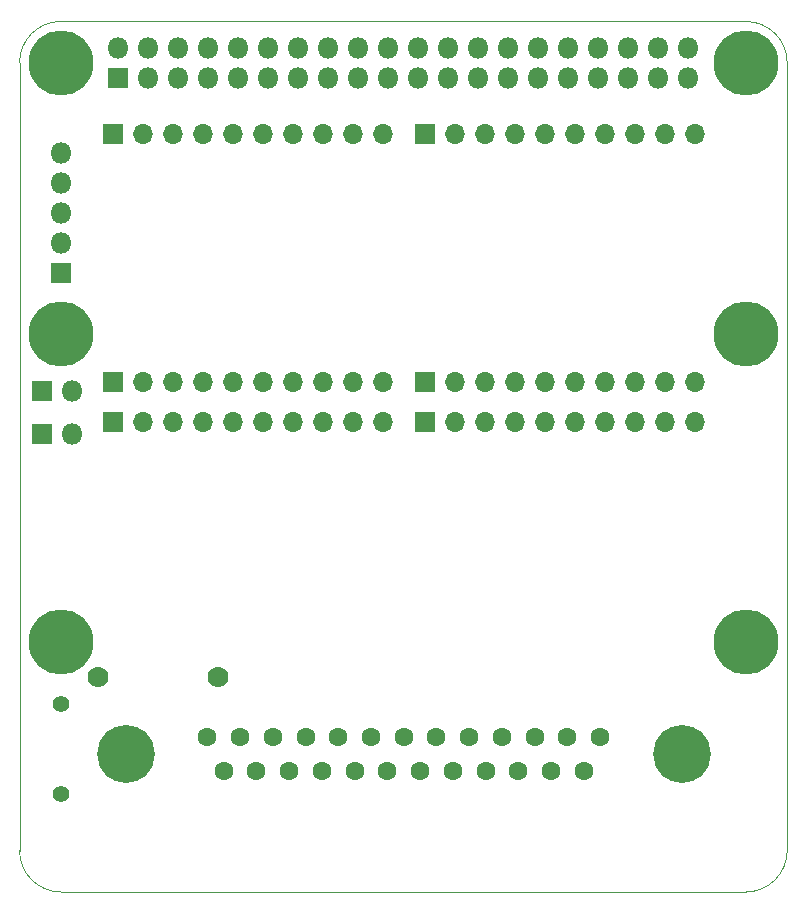
<source format=gbr>
%TF.GenerationSoftware,KiCad,Pcbnew,(5.1.4)-1*%
%TF.CreationDate,2020-08-14T14:12:09-05:00*%
%TF.ProjectId,rascsi_din,72617363-7369-45f6-9469-6e2e6b696361,rev?*%
%TF.SameCoordinates,Original*%
%TF.FileFunction,Soldermask,Bot*%
%TF.FilePolarity,Negative*%
%FSLAX46Y46*%
G04 Gerber Fmt 4.6, Leading zero omitted, Abs format (unit mm)*
G04 Created by KiCad (PCBNEW (5.1.4)-1) date 2020-08-14 14:12:09*
%MOMM*%
%LPD*%
G04 APERTURE LIST*
%ADD10C,0.050000*%
%ADD11C,4.900000*%
%ADD12C,1.600000*%
%ADD13O,1.800000X1.800000*%
%ADD14R,1.800000X1.800000*%
%ADD15O,1.700000X1.700000*%
%ADD16R,1.700000X1.700000*%
%ADD17C,0.900000*%
%ADD18C,5.500000*%
%ADD19C,1.422400*%
%ADD20C,1.778000*%
G04 APERTURE END LIST*
D10*
X178000000Y-116200000D02*
X236000000Y-116200000D01*
X178000000Y-116200000D02*
G75*
G02X174500000Y-112700000I0J3500000D01*
G01*
X239500000Y-112700000D02*
G75*
G02X236000000Y-116200000I-3500000J0D01*
G01*
X174500000Y-46000000D02*
X174500000Y-112700000D01*
X239500000Y-46000000D02*
X239500000Y-112700000D01*
X178000000Y-42500000D02*
X236000000Y-42500000D01*
X174500000Y-46000000D02*
G75*
G02X178000000Y-42500000I3500000J0D01*
G01*
X236000000Y-42500000D02*
G75*
G02X239500000Y-46000000I0J-3500000D01*
G01*
D11*
%TO.C,J2*%
X183480000Y-104510000D03*
X230580000Y-104510000D03*
D12*
X191795000Y-105930000D03*
X194565000Y-105930000D03*
X197335000Y-105930000D03*
X200105000Y-105930000D03*
X202875000Y-105930000D03*
X205645000Y-105930000D03*
X208415000Y-105930000D03*
X211185000Y-105930000D03*
X213955000Y-105930000D03*
X216725000Y-105930000D03*
X219495000Y-105930000D03*
X222265000Y-105930000D03*
X190410000Y-103090000D03*
X193180000Y-103090000D03*
X195950000Y-103090000D03*
X198720000Y-103090000D03*
X201490000Y-103090000D03*
X204260000Y-103090000D03*
X207030000Y-103090000D03*
X209800000Y-103090000D03*
X212570000Y-103090000D03*
X215340000Y-103090000D03*
X218110000Y-103090000D03*
X220880000Y-103090000D03*
X223650000Y-103090000D03*
%TD*%
D13*
%TO.C,J1*%
X231140000Y-44730000D03*
X231140000Y-47270000D03*
X228600000Y-44730000D03*
X228600000Y-47270000D03*
X226060000Y-44730000D03*
X226060000Y-47270000D03*
X223520000Y-44730000D03*
X223520000Y-47270000D03*
X220980000Y-44730000D03*
X220980000Y-47270000D03*
X218440000Y-44730000D03*
X218440000Y-47270000D03*
X215900000Y-44730000D03*
X215900000Y-47270000D03*
X213360000Y-44730000D03*
X213360000Y-47270000D03*
X210820000Y-44730000D03*
X210820000Y-47270000D03*
X208280000Y-44730000D03*
X208280000Y-47270000D03*
X205740000Y-44730000D03*
X205740000Y-47270000D03*
X203200000Y-44730000D03*
X203200000Y-47270000D03*
X200660000Y-44730000D03*
X200660000Y-47270000D03*
X198120000Y-44730000D03*
X198120000Y-47270000D03*
X195580000Y-44730000D03*
X195580000Y-47270000D03*
X193040000Y-44730000D03*
X193040000Y-47270000D03*
X190500000Y-44730000D03*
X190500000Y-47270000D03*
X187960000Y-44730000D03*
X187960000Y-47270000D03*
X185420000Y-44730000D03*
X185420000Y-47270000D03*
X182880000Y-44730000D03*
D14*
X182880000Y-47270000D03*
%TD*%
D15*
%TO.C,RN5*%
X231660000Y-72990000D03*
X229120000Y-72990000D03*
X226580000Y-72990000D03*
X224040000Y-72990000D03*
X221500000Y-72990000D03*
X218960000Y-72990000D03*
X216420000Y-72990000D03*
X213880000Y-72990000D03*
X211340000Y-72990000D03*
D16*
X208800000Y-72990000D03*
%TD*%
D17*
%TO.C,H2*%
X237431891Y-44568109D03*
X236000000Y-43975000D03*
X234568109Y-44568109D03*
X233975000Y-46000000D03*
X234568109Y-47431891D03*
X236000000Y-48025000D03*
X237431891Y-47431891D03*
X238025000Y-46000000D03*
D18*
X236000000Y-46000000D03*
%TD*%
D17*
%TO.C,H1*%
X179431891Y-44568109D03*
X178000000Y-43975000D03*
X176568109Y-44568109D03*
X175975000Y-46000000D03*
X176568109Y-47431891D03*
X178000000Y-48025000D03*
X179431891Y-47431891D03*
X180025000Y-46000000D03*
D18*
X178000000Y-46000000D03*
%TD*%
D13*
%TO.C,J4*%
X178010000Y-53620000D03*
X178010000Y-56160000D03*
X178010000Y-58700000D03*
X178010000Y-61240000D03*
D14*
X178010000Y-63780000D03*
%TD*%
D13*
%TO.C,JP2*%
X178940000Y-73800000D03*
D14*
X176400000Y-73800000D03*
%TD*%
D13*
%TO.C,JP1*%
X178940000Y-77400000D03*
D14*
X176400000Y-77400000D03*
%TD*%
D17*
%TO.C,H6*%
X237431891Y-93568109D03*
X236000000Y-92975000D03*
X234568109Y-93568109D03*
X233975000Y-95000000D03*
X234568109Y-96431891D03*
X236000000Y-97025000D03*
X237431891Y-96431891D03*
X238025000Y-95000000D03*
D18*
X236000000Y-95000000D03*
%TD*%
D17*
%TO.C,H5*%
X179431891Y-93568109D03*
X178000000Y-92975000D03*
X176568109Y-93568109D03*
X175975000Y-95000000D03*
X176568109Y-96431891D03*
X178000000Y-97025000D03*
X179431891Y-96431891D03*
X180025000Y-95000000D03*
D18*
X178000000Y-95000000D03*
%TD*%
D17*
%TO.C,H4*%
X237431891Y-67568109D03*
X236000000Y-66975000D03*
X234568109Y-67568109D03*
X233975000Y-69000000D03*
X234568109Y-70431891D03*
X236000000Y-71025000D03*
X237431891Y-70431891D03*
X238025000Y-69000000D03*
D18*
X236000000Y-69000000D03*
%TD*%
D17*
%TO.C,H3*%
X179431891Y-67568109D03*
X178000000Y-66975000D03*
X176568109Y-67568109D03*
X175975000Y-69000000D03*
X176568109Y-70431891D03*
X178000000Y-71025000D03*
X179431891Y-70431891D03*
X180025000Y-69000000D03*
D18*
X178000000Y-69000000D03*
%TD*%
D15*
%TO.C,RN6*%
X231660000Y-76400000D03*
X229120000Y-76400000D03*
X226580000Y-76400000D03*
X224040000Y-76400000D03*
X221500000Y-76400000D03*
X218960000Y-76400000D03*
X216420000Y-76400000D03*
X213880000Y-76400000D03*
X211340000Y-76400000D03*
D16*
X208800000Y-76400000D03*
%TD*%
D15*
%TO.C,RN4*%
X205260000Y-76400000D03*
X202720000Y-76400000D03*
X200180000Y-76400000D03*
X197640000Y-76400000D03*
X195100000Y-76400000D03*
X192560000Y-76400000D03*
X190020000Y-76400000D03*
X187480000Y-76400000D03*
X184940000Y-76400000D03*
D16*
X182400000Y-76400000D03*
%TD*%
D15*
%TO.C,RN3*%
X205260000Y-73000000D03*
X202720000Y-73000000D03*
X200180000Y-73000000D03*
X197640000Y-73000000D03*
X195100000Y-73000000D03*
X192560000Y-73000000D03*
X190020000Y-73000000D03*
X187480000Y-73000000D03*
X184940000Y-73000000D03*
D16*
X182400000Y-73000000D03*
%TD*%
D15*
%TO.C,RN2*%
X231660000Y-52000000D03*
X229120000Y-52000000D03*
X226580000Y-52000000D03*
X224040000Y-52000000D03*
X221500000Y-52000000D03*
X218960000Y-52000000D03*
X216420000Y-52000000D03*
X213880000Y-52000000D03*
X211340000Y-52000000D03*
D16*
X208800000Y-52000000D03*
%TD*%
D15*
%TO.C,RN1*%
X205260000Y-52000000D03*
X202720000Y-52000000D03*
X200180000Y-52000000D03*
X197640000Y-52000000D03*
X195100000Y-52000000D03*
X192560000Y-52000000D03*
X190020000Y-52000000D03*
X187480000Y-52000000D03*
X184940000Y-52000000D03*
D16*
X182400000Y-52000000D03*
%TD*%
D19*
%TO.C,FUSE1A1*%
X177980000Y-100290000D03*
X177980000Y-107910000D03*
%TD*%
D20*
%TO.C,D1*%
X181120000Y-98000000D03*
X191280000Y-98000000D03*
%TD*%
M02*

</source>
